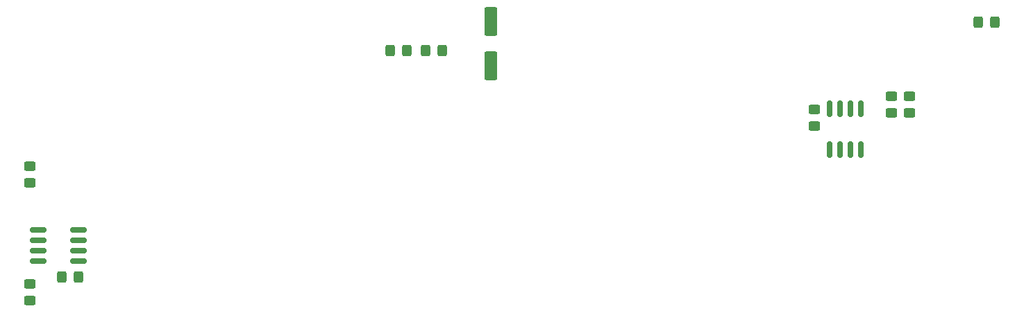
<source format=gbr>
%TF.GenerationSoftware,KiCad,Pcbnew,(6.0.7)*%
%TF.CreationDate,2022-08-24T09:29:56-04:00*%
%TF.ProjectId,BBB_16_Flex,4242425f-3136-45f4-966c-65782e6b6963,v2*%
%TF.SameCoordinates,Original*%
%TF.FileFunction,Paste,Top*%
%TF.FilePolarity,Positive*%
%FSLAX46Y46*%
G04 Gerber Fmt 4.6, Leading zero omitted, Abs format (unit mm)*
G04 Created by KiCad (PCBNEW (6.0.7)) date 2022-08-24 09:29:56*
%MOMM*%
%LPD*%
G01*
G04 APERTURE LIST*
G04 Aperture macros list*
%AMRoundRect*
0 Rectangle with rounded corners*
0 $1 Rounding radius*
0 $2 $3 $4 $5 $6 $7 $8 $9 X,Y pos of 4 corners*
0 Add a 4 corners polygon primitive as box body*
4,1,4,$2,$3,$4,$5,$6,$7,$8,$9,$2,$3,0*
0 Add four circle primitives for the rounded corners*
1,1,$1+$1,$2,$3*
1,1,$1+$1,$4,$5*
1,1,$1+$1,$6,$7*
1,1,$1+$1,$8,$9*
0 Add four rect primitives between the rounded corners*
20,1,$1+$1,$2,$3,$4,$5,0*
20,1,$1+$1,$4,$5,$6,$7,0*
20,1,$1+$1,$6,$7,$8,$9,0*
20,1,$1+$1,$8,$9,$2,$3,0*%
G04 Aperture macros list end*
%ADD10RoundRect,0.250000X-0.550000X1.500000X-0.550000X-1.500000X0.550000X-1.500000X0.550000X1.500000X0*%
%ADD11RoundRect,0.249999X-0.325001X-0.450001X0.325001X-0.450001X0.325001X0.450001X-0.325001X0.450001X0*%
%ADD12RoundRect,0.249999X-0.450001X0.325001X-0.450001X-0.325001X0.450001X-0.325001X0.450001X0.325001X0*%
%ADD13RoundRect,0.249999X0.450001X-0.325001X0.450001X0.325001X-0.450001X0.325001X-0.450001X-0.325001X0*%
%ADD14RoundRect,0.150000X0.150000X-0.825000X0.150000X0.825000X-0.150000X0.825000X-0.150000X-0.825000X0*%
%ADD15RoundRect,0.150000X0.825000X0.150000X-0.825000X0.150000X-0.825000X-0.150000X0.825000X-0.150000X0*%
%ADD16RoundRect,0.249999X0.325001X0.450001X-0.325001X0.450001X-0.325001X-0.450001X0.325001X-0.450001X0*%
G04 APERTURE END LIST*
D10*
%TO.C,C1*%
X154164000Y-73300000D03*
X154164000Y-78700000D03*
%TD*%
D11*
%TO.C,D1*%
X146201600Y-76820000D03*
X148251600Y-76820000D03*
%TD*%
D12*
%TO.C,R4*%
X203070000Y-82420900D03*
X203070000Y-84470900D03*
%TD*%
D13*
%TO.C,C3*%
X193646600Y-86083800D03*
X193646600Y-84033800D03*
%TD*%
D14*
%TO.C,U3*%
X195551600Y-88956200D03*
X196821600Y-88956200D03*
X198091600Y-88956200D03*
X199361600Y-88956200D03*
X199361600Y-84006200D03*
X198091600Y-84006200D03*
X196821600Y-84006200D03*
X195551600Y-84006200D03*
%TD*%
D11*
%TO.C,R1*%
X141883600Y-76820000D03*
X143933600Y-76820000D03*
%TD*%
D13*
%TO.C,R3*%
X98015000Y-93033200D03*
X98015000Y-90983200D03*
%TD*%
D11*
%TO.C,C4*%
X213605000Y-73406000D03*
X215655000Y-73406000D03*
%TD*%
D15*
%TO.C,U2*%
X103944400Y-102625400D03*
X103944400Y-101355400D03*
X103944400Y-100085400D03*
X103944400Y-98815400D03*
X98994400Y-98815400D03*
X98994400Y-100085400D03*
X98994400Y-101355400D03*
X98994400Y-102625400D03*
%TD*%
D16*
%TO.C,C5*%
X103916800Y-104581200D03*
X101866800Y-104581200D03*
%TD*%
D13*
%TO.C,R2*%
X98015000Y-107460400D03*
X98015000Y-105410400D03*
%TD*%
D12*
%TO.C,R5*%
X205267100Y-82420900D03*
X205267100Y-84470900D03*
%TD*%
M02*

</source>
